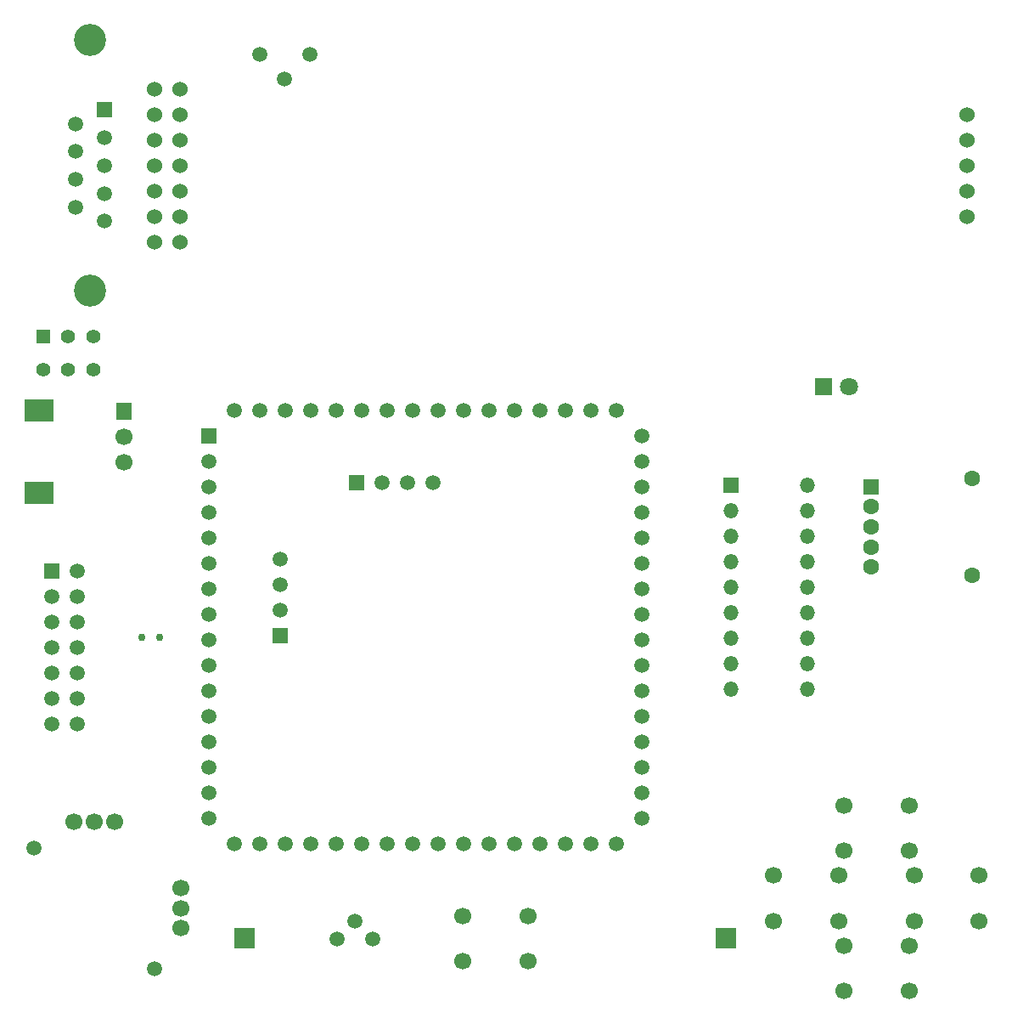
<source format=gbs>
G04 #@! TF.GenerationSoftware,KiCad,Pcbnew,(6.0.5-0)*
G04 #@! TF.CreationDate,2022-05-27T19:59:22+09:00*
G04 #@! TF.ProjectId,RL78TrainingBoard,524c3738-5472-4616-996e-696e67426f61,V1.0*
G04 #@! TF.SameCoordinates,Original*
G04 #@! TF.FileFunction,Soldermask,Bot*
G04 #@! TF.FilePolarity,Negative*
%FSLAX46Y46*%
G04 Gerber Fmt 4.6, Leading zero omitted, Abs format (unit mm)*
G04 Created by KiCad (PCBNEW (6.0.5-0)) date 2022-05-27 19:59:22*
%MOMM*%
%LPD*%
G01*
G04 APERTURE LIST*
%ADD10R,1.500000X1.500000*%
%ADD11C,1.500000*%
%ADD12R,2.000000X2.000000*%
%ADD13C,1.700000*%
%ADD14C,1.600000*%
%ADD15R,1.600000X1.600000*%
%ADD16C,1.800000*%
%ADD17R,1.800000X1.800000*%
%ADD18R,3.000000X2.200000*%
%ADD19O,1.500000X1.500000*%
%ADD20C,0.750000*%
%ADD21C,3.200000*%
%ADD22R,1.600000X1.500000*%
%ADD23R,1.400000X1.400000*%
%ADD24C,1.400000*%
%ADD25R,1.524000X1.700000*%
%ADD26C,1.524000*%
G04 APERTURE END LIST*
D10*
X-44270000Y-6380000D03*
D11*
X-41730000Y-6380000D03*
X-44270000Y-8920000D03*
X-41730000Y-8920000D03*
X-44270000Y-11460000D03*
X-41730000Y-11460000D03*
X-44270000Y-14000000D03*
X-41730000Y-14000000D03*
X-44270000Y-16540000D03*
X-41730000Y-16540000D03*
X-44270000Y-19080000D03*
X-41730000Y-19080000D03*
X-44270000Y-21620000D03*
X-41730000Y-21620000D03*
X-34000000Y-46000000D03*
D12*
X-25000000Y-43000000D03*
X-25000000Y-43000000D03*
D13*
X34250000Y-36750000D03*
X27750000Y-36750000D03*
X27750000Y-41250000D03*
X34250000Y-41250000D03*
D11*
X-23500000Y45100000D03*
X-21000000Y42600000D03*
X-18500000Y45100000D03*
D14*
X47500000Y2850000D03*
X47500000Y-6850000D03*
X37500000Y-2000000D03*
X37500000Y-4000000D03*
D15*
X37500000Y2000000D03*
D14*
X37500000Y0D03*
X37500000Y-6000000D03*
D16*
X35270000Y12000000D03*
D17*
X32730000Y12000000D03*
D13*
X34750000Y-43750000D03*
X41250000Y-43750000D03*
X34750000Y-48250000D03*
X41250000Y-48250000D03*
X48250000Y-36750000D03*
X41750000Y-36750000D03*
X41750000Y-41250000D03*
X48250000Y-41250000D03*
D18*
X-45500000Y1400000D03*
X-45500000Y9600000D03*
D13*
X3250000Y-45250000D03*
X-3250000Y-45250000D03*
X3250000Y-40750000D03*
X-3250000Y-40750000D03*
D10*
X23495000Y2160000D03*
D19*
X23495000Y-380000D03*
X23495000Y-2920000D03*
X23495000Y-5460000D03*
X23495000Y-8000000D03*
X23495000Y-10540000D03*
X23495000Y-13080000D03*
X23495000Y-15620000D03*
X23495000Y-18160000D03*
X31115000Y-18160000D03*
X31115000Y-15620000D03*
X31115000Y-13080000D03*
X31115000Y-10540000D03*
X31115000Y-8000000D03*
X31115000Y-5460000D03*
X31115000Y-2920000D03*
X31115000Y-380000D03*
X31115000Y2160000D03*
D13*
X41250000Y-29750000D03*
X34750000Y-29750000D03*
X34750000Y-34250000D03*
X41250000Y-34250000D03*
X-31400000Y-42000000D03*
X-31400000Y-40000000D03*
X-31400000Y-38000000D03*
X-38000000Y-31400000D03*
X-40000000Y-31400000D03*
X-42000000Y-31400000D03*
D10*
X-13810000Y2430000D03*
X-21430000Y-12810000D03*
D11*
X-21430000Y-10270000D03*
X-11270000Y2430000D03*
X-8730000Y2430000D03*
X-21430000Y-7730000D03*
X-6190000Y2430000D03*
X-21430000Y-5190000D03*
X-15796000Y-43081000D03*
X-14000000Y-41285000D03*
X-12204000Y-43081000D03*
D20*
X-33500000Y-13000000D03*
X-35300000Y-13000000D03*
D21*
X-40420000Y21500000D03*
X-40420000Y46500000D03*
D22*
X-39000000Y39540000D03*
D11*
X-39000000Y36770000D03*
X-39000000Y34000000D03*
X-39000000Y31230000D03*
X-39000000Y28460000D03*
X-41840000Y38155000D03*
X-41840000Y35385000D03*
X-41840000Y32615000D03*
X-41840000Y29845000D03*
D23*
X-45100000Y16950000D03*
D24*
X-42600000Y16950000D03*
X-40100000Y16950000D03*
X-45100000Y13650000D03*
X-42600000Y13650000D03*
X-40100000Y13650000D03*
D10*
X-28590000Y7050000D03*
D11*
X-28590000Y4510000D03*
X-28590000Y1970000D03*
X-28590000Y-570000D03*
X-28590000Y-3110000D03*
X-28590000Y-5650000D03*
X-28590000Y-8190000D03*
X-28590000Y-10730000D03*
X-28590000Y-13270000D03*
X-28590000Y-15810000D03*
X-28590000Y-18350000D03*
X-28590000Y-20890000D03*
X-28590000Y-23430000D03*
X-28590000Y-25970000D03*
X-28590000Y-28510000D03*
X-28590000Y-31050000D03*
X-26050000Y-33590000D03*
X-23510000Y-33590000D03*
X-20970000Y-33590000D03*
X-18430000Y-33590000D03*
X-15890000Y-33590000D03*
X-13350000Y-33590000D03*
X-10810000Y-33590000D03*
X-8270000Y-33590000D03*
X-5730000Y-33590000D03*
X-3190000Y-33590000D03*
X-650000Y-33590000D03*
X1890000Y-33590000D03*
X4430000Y-33590000D03*
X6970000Y-33590000D03*
X9510000Y-33590000D03*
X12050000Y-33590000D03*
X14590000Y-31050000D03*
X14590000Y-28510000D03*
X14590000Y-25970000D03*
X14590000Y-23430000D03*
X14590000Y-20890000D03*
X14590000Y-18350000D03*
X14590000Y-15810000D03*
X14590000Y-13270000D03*
X14590000Y-10730000D03*
X14590000Y-8190000D03*
X14590000Y-5650000D03*
X14590000Y-3110000D03*
X14590000Y-570000D03*
X14590000Y1970000D03*
X14590000Y4510000D03*
X14590000Y7050000D03*
X12050000Y9590000D03*
X9510000Y9590000D03*
X6970000Y9590000D03*
X4430000Y9590000D03*
X1890000Y9590000D03*
X-650000Y9590000D03*
X-3190000Y9590000D03*
X-5730000Y9590000D03*
X-8270000Y9590000D03*
X-10810000Y9590000D03*
X-13350000Y9590000D03*
X-15890000Y9590000D03*
X-18430000Y9590000D03*
X-20970000Y9590000D03*
X-23510000Y9590000D03*
X-26050000Y9590000D03*
D25*
X-37000000Y9540000D03*
D13*
X-37000000Y7000000D03*
X-37000000Y4460000D03*
D26*
X47000000Y34000000D03*
X-31460000Y26380000D03*
X-34000000Y26380000D03*
X-31460000Y28920000D03*
X-34000000Y28920000D03*
X-31460000Y31460000D03*
X-34000000Y31460000D03*
X-31460000Y34000000D03*
X-34000000Y34000000D03*
X-31460000Y36540000D03*
X-34000000Y36540000D03*
X-31460000Y39080000D03*
X-34000000Y39080000D03*
X-31460000Y41620000D03*
X-34000000Y41620000D03*
X47000000Y36540000D03*
X47000000Y39080000D03*
X47000000Y28920000D03*
X47000000Y31460000D03*
D12*
X23000000Y-43000000D03*
X23000000Y-43000000D03*
D11*
X-46000000Y-34000000D03*
M02*

</source>
